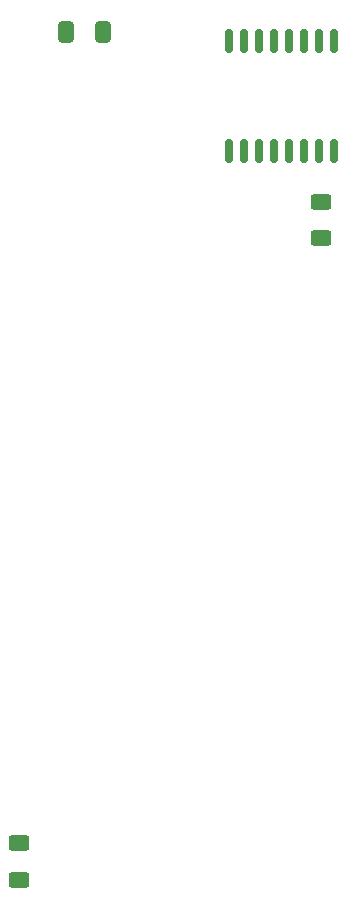
<source format=gbr>
%TF.GenerationSoftware,KiCad,Pcbnew,8.0.8*%
%TF.CreationDate,2025-07-07T15:36:10-04:00*%
%TF.ProjectId,V0.5.0,56302e35-2e30-42e6-9b69-6361645f7063,rev?*%
%TF.SameCoordinates,Original*%
%TF.FileFunction,Paste,Bot*%
%TF.FilePolarity,Positive*%
%FSLAX46Y46*%
G04 Gerber Fmt 4.6, Leading zero omitted, Abs format (unit mm)*
G04 Created by KiCad (PCBNEW 8.0.8) date 2025-07-07 15:36:10*
%MOMM*%
%LPD*%
G01*
G04 APERTURE LIST*
G04 Aperture macros list*
%AMRoundRect*
0 Rectangle with rounded corners*
0 $1 Rounding radius*
0 $2 $3 $4 $5 $6 $7 $8 $9 X,Y pos of 4 corners*
0 Add a 4 corners polygon primitive as box body*
4,1,4,$2,$3,$4,$5,$6,$7,$8,$9,$2,$3,0*
0 Add four circle primitives for the rounded corners*
1,1,$1+$1,$2,$3*
1,1,$1+$1,$4,$5*
1,1,$1+$1,$6,$7*
1,1,$1+$1,$8,$9*
0 Add four rect primitives between the rounded corners*
20,1,$1+$1,$2,$3,$4,$5,0*
20,1,$1+$1,$4,$5,$6,$7,0*
20,1,$1+$1,$6,$7,$8,$9,0*
20,1,$1+$1,$8,$9,$2,$3,0*%
G04 Aperture macros list end*
%ADD10RoundRect,0.250000X0.412500X0.650000X-0.412500X0.650000X-0.412500X-0.650000X0.412500X-0.650000X0*%
%ADD11RoundRect,0.250000X-0.625000X0.400000X-0.625000X-0.400000X0.625000X-0.400000X0.625000X0.400000X0*%
%ADD12RoundRect,0.150000X-0.150000X0.875000X-0.150000X-0.875000X0.150000X-0.875000X0.150000X0.875000X0*%
%ADD13RoundRect,0.250000X0.625000X-0.400000X0.625000X0.400000X-0.625000X0.400000X-0.625000X-0.400000X0*%
G04 APERTURE END LIST*
D10*
%TO.C,C1*%
X107962500Y-35800000D03*
X104837500Y-35800000D03*
%TD*%
D11*
%TO.C,R2*%
X126400000Y-50150000D03*
X126400000Y-53250000D03*
%TD*%
D12*
%TO.C,U6*%
X118655000Y-36550000D03*
X119925000Y-36550000D03*
X121195000Y-36550000D03*
X122465000Y-36550000D03*
X123735000Y-36550000D03*
X125005000Y-36550000D03*
X126275000Y-36550000D03*
X127545000Y-36550000D03*
X127545000Y-45850000D03*
X126275000Y-45850000D03*
X125005000Y-45850000D03*
X123735000Y-45850000D03*
X122465000Y-45850000D03*
X121195000Y-45850000D03*
X119925000Y-45850000D03*
X118655000Y-45850000D03*
%TD*%
D13*
%TO.C,R1*%
X100800000Y-107550000D03*
X100800000Y-104450000D03*
%TD*%
M02*

</source>
